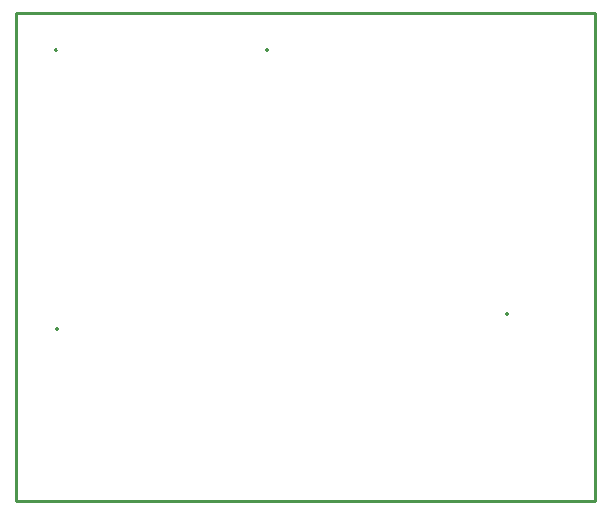
<source format=gbr>
G04 EAGLE Gerber RS-274X export*
G75*
%MOMM*%
%FSLAX34Y34*%
%LPD*%
%IN*%
%IPPOS*%
%AMOC8*
5,1,8,0,0,1.08239X$1,22.5*%
G01*
%ADD10C,0.254000*%


D10*
X372110Y298450D02*
X862130Y298450D01*
X862130Y711710D01*
X372110Y711710D01*
X372110Y298450D01*
X405562Y680634D02*
X405496Y680475D01*
X405375Y680354D01*
X405216Y680288D01*
X405044Y680288D01*
X404885Y680354D01*
X404764Y680475D01*
X404698Y680634D01*
X404698Y680806D01*
X404764Y680965D01*
X404885Y681086D01*
X405044Y681152D01*
X405216Y681152D01*
X405375Y681086D01*
X405496Y680965D01*
X405562Y680806D01*
X405562Y680634D01*
X584632Y680634D02*
X584566Y680475D01*
X584445Y680354D01*
X584286Y680288D01*
X584114Y680288D01*
X583955Y680354D01*
X583834Y680475D01*
X583768Y680634D01*
X583768Y680806D01*
X583834Y680965D01*
X583955Y681086D01*
X584114Y681152D01*
X584286Y681152D01*
X584445Y681086D01*
X584566Y680965D01*
X584632Y680806D01*
X584632Y680634D01*
X787832Y457114D02*
X787766Y456955D01*
X787645Y456834D01*
X787486Y456768D01*
X787314Y456768D01*
X787155Y456834D01*
X787034Y456955D01*
X786968Y457114D01*
X786968Y457286D01*
X787034Y457445D01*
X787155Y457566D01*
X787314Y457632D01*
X787486Y457632D01*
X787645Y457566D01*
X787766Y457445D01*
X787832Y457286D01*
X787832Y457114D01*
X406832Y444414D02*
X406766Y444255D01*
X406645Y444134D01*
X406486Y444068D01*
X406314Y444068D01*
X406155Y444134D01*
X406034Y444255D01*
X405968Y444414D01*
X405968Y444586D01*
X406034Y444745D01*
X406155Y444866D01*
X406314Y444932D01*
X406486Y444932D01*
X406645Y444866D01*
X406766Y444745D01*
X406832Y444586D01*
X406832Y444414D01*
M02*

</source>
